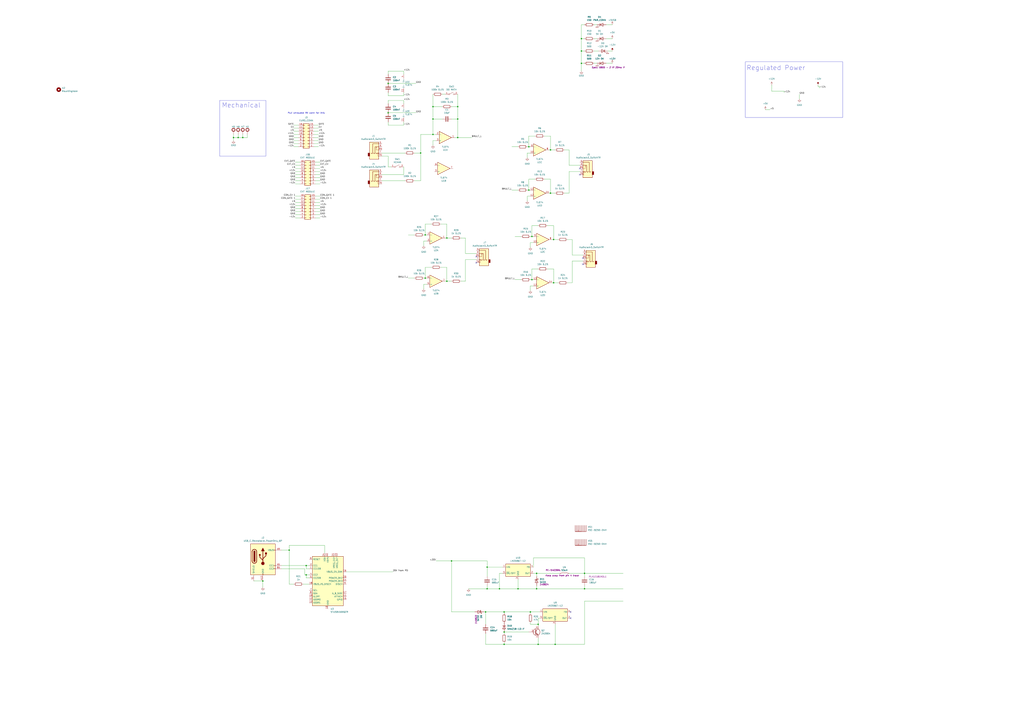
<source format=kicad_sch>
(kicad_sch (version 20231120) (generator "eeschema") (generator_version "8.0")
  (paper "A1")
  (junction (at 375.92 87.63))
  (junction (at 251.46 464.82))
  (junction (at 370.84 461.01))
  (junction (at 398.78 502.92))
  (junction (at 454.66 232.41))
  (junction (at 452.12 158.75))
  (junction (at 199.39 113.03))
  (junction (at 251.46 472.44))
  (junction (at 349.25 228.6))
  (junction (at 436.88 229.87))
  (junction (at 367.03 231.14))
  (junction (at 440.69 471.17))
  (junction (at 477.52 41.91))
  (junction (at 441.96 529.59))
  (junction (at 191.77 113.03))
  (junction (at 434.34 156.21))
  (junction (at 480.06 471.17))
  (junction (at 414.02 502.92))
  (junction (at 345.44 125.73))
  (junction (at 414.02 519.43))
  (junction (at 375.92 113.03))
  (junction (at 355.6 87.63))
  (junction (at 414.02 529.59))
  (junction (at 434.34 120.65))
  (junction (at 454.66 196.85))
  (junction (at 477.52 52.07))
  (junction (at 400.05 466.09))
  (junction (at 349.25 193.04))
  (junction (at 355.6 97.79))
  (junction (at 215.9 477.52))
  (junction (at 410.21 483.87))
  (junction (at 375.92 97.79))
  (junction (at 452.12 123.19))
  (junction (at 435.61 502.92))
  (junction (at 195.58 113.03))
  (junction (at 400.05 483.87))
  (junction (at 441.96 513.08))
  (junction (at 318.77 92.71))
  (junction (at 318.77 68.58))
  (junction (at 355.6 110.49))
  (junction (at 425.45 483.87))
  (junction (at 477.52 31.75))
  (junction (at 455.93 529.59))
  (junction (at 367.03 195.58))
  (junction (at 237.49 452.12))
  (junction (at 480.06 483.87))
  (junction (at 436.88 194.31))
  (junction (at 440.69 483.87))
  (no_connect (at 476.25 143.51))
  (no_connect (at 478.79 217.17))
  (no_connect (at 468.63 508))
  (no_connect (at 476.25 138.43))
  (no_connect (at 391.16 210.82))
  (no_connect (at 468.63 502.92))
  (no_connect (at 478.79 212.09))
  (no_connect (at 391.16 215.9))
  (wire (pts (xy 478.79 209.55) (xy 469.9 209.55)))
  (wire (pts (xy 375.92 87.63) (xy 370.84 87.63)))
  (wire (pts (xy 242.57 173.99) (xy 246.38 173.99)))
  (wire (pts (xy 452.12 123.19) (xy 450.85 123.19)))
  (wire (pts (xy 318.77 78.74) (xy 331.47 78.74)))
  (wire (pts (xy 355.6 110.49) (xy 345.44 110.49)))
  (wire (pts (xy 241.3 105.41) (xy 245.11 105.41)))
  (wire (pts (xy 191.77 113.03) (xy 191.77 115.57)))
  (wire (pts (xy 400.05 461.01) (xy 400.05 466.09)))
  (wire (pts (xy 443.23 508) (xy 441.96 508)))
  (wire (pts (xy 435.61 511.81) (xy 435.61 513.08)))
  (wire (pts (xy 367.03 231.14) (xy 365.76 231.14)))
  (wire (pts (xy 363.22 87.63) (xy 355.6 87.63)))
  (wire (pts (xy 242.57 143.51) (xy 246.38 143.51)))
  (wire (pts (xy 467.36 135.89) (xy 467.36 123.19)))
  (wire (pts (xy 656.59 77.47) (xy 656.59 81.28)))
  (wire (pts (xy 454.66 220.98) (xy 449.58 220.98)))
  (wire (pts (xy 491.49 41.91) (xy 487.68 41.91)))
  (wire (pts (xy 261.62 118.11) (xy 257.81 118.11)))
  (wire (pts (xy 347.98 193.04) (xy 349.25 193.04)))
  (wire (pts (xy 242.57 138.43) (xy 246.38 138.43)))
  (wire (pts (xy 422.91 194.31) (xy 427.99 194.31)))
  (wire (pts (xy 237.49 480.06) (xy 237.49 452.12)))
  (wire (pts (xy 435.61 229.87) (xy 436.88 229.87)))
  (wire (pts (xy 367.03 195.58) (xy 367.03 184.15)))
  (wire (pts (xy 345.44 148.59) (xy 340.36 148.59)))
  (wire (pts (xy 241.3 102.87) (xy 245.11 102.87)))
  (wire (pts (xy 250.19 467.36) (xy 250.19 472.44)))
  (wire (pts (xy 452.12 147.32) (xy 447.04 147.32)))
  (wire (pts (xy 242.57 135.89) (xy 246.38 135.89)))
  (wire (pts (xy 467.36 158.75) (xy 463.55 158.75)))
  (wire (pts (xy 436.88 194.31) (xy 438.15 194.31)))
  (wire (pts (xy 480.06 483.87) (xy 440.69 483.87)))
  (wire (pts (xy 250.19 472.44) (xy 251.46 472.44)))
  (wire (pts (xy 237.49 452.12) (xy 231.14 452.12)))
  (wire (pts (xy 367.03 219.71) (xy 361.95 219.71)))
  (wire (pts (xy 435.61 513.08) (xy 441.96 513.08)))
  (wire (pts (xy 469.9 232.41) (xy 466.09 232.41)))
  (wire (pts (xy 487.68 20.32) (xy 490.22 20.32)))
  (wire (pts (xy 435.61 161.29) (xy 433.07 161.29)))
  (wire (pts (xy 262.89 135.89) (xy 259.08 135.89)))
  (wire (pts (xy 487.68 52.07) (xy 490.22 52.07)))
  (wire (pts (xy 480.06 458.47) (xy 480.06 471.17)))
  (wire (pts (xy 331.47 143.51) (xy 331.47 137.16)))
  (wire (pts (xy 242.57 148.59) (xy 246.38 148.59)))
  (wire (pts (xy 400.05 481.33) (xy 400.05 483.87)))
  (wire (pts (xy 318.77 58.42) (xy 331.47 58.42)))
  (wire (pts (xy 242.57 146.05) (xy 246.38 146.05)))
  (wire (pts (xy 441.96 185.42) (xy 436.88 185.42)))
  (wire (pts (xy 335.28 228.6) (xy 340.36 228.6)))
  (wire (pts (xy 345.44 110.49) (xy 345.44 125.73)))
  (wire (pts (xy 412.75 471.17) (xy 410.21 471.17)))
  (wire (pts (xy 367.03 231.14) (xy 367.03 219.71)))
  (wire (pts (xy 199.39 113.03) (xy 203.2 113.03)))
  (wire (pts (xy 434.34 147.32) (xy 434.34 156.21)))
  (wire (pts (xy 370.84 97.79) (xy 375.92 97.79)))
  (wire (pts (xy 363.22 77.47) (xy 365.76 77.47)))
  (wire (pts (xy 434.34 120.65) (xy 435.61 120.65)))
  (wire (pts (xy 375.92 113.03) (xy 387.35 113.03)))
  (wire (pts (xy 242.57 176.53) (xy 246.38 176.53)))
  (wire (pts (xy 332.74 148.59) (xy 313.69 148.59)))
  (wire (pts (xy 254 467.36) (xy 251.46 467.36)))
  (wire (pts (xy 367.03 184.15) (xy 361.95 184.15)))
  (wire (pts (xy 262.89 179.07) (xy 259.08 179.07)))
  (wire (pts (xy 251.46 474.98) (xy 251.46 472.44)))
  (wire (pts (xy 433.07 156.21) (xy 434.34 156.21)))
  (wire (pts (xy 477.52 58.42) (xy 477.52 52.07)))
  (wire (pts (xy 477.52 31.75) (xy 477.52 41.91)))
  (wire (pts (xy 420.37 120.65) (xy 425.45 120.65)))
  (wire (pts (xy 438.15 234.95) (xy 435.61 234.95)))
  (wire (pts (xy 439.42 147.32) (xy 434.34 147.32)))
  (wire (pts (xy 400.05 483.87) (xy 410.21 483.87)))
  (wire (pts (xy 349.25 184.15) (xy 349.25 193.04)))
  (wire (pts (xy 318.77 102.87) (xy 331.47 102.87)))
  (wire (pts (xy 355.6 115.57) (xy 355.6 119.38)))
  (wire (pts (xy 261.62 120.65) (xy 257.81 120.65)))
  (wire (pts (xy 440.69 471.17) (xy 459.74 471.17)))
  (wire (pts (xy 367.03 231.14) (xy 370.84 231.14)))
  (wire (pts (xy 355.6 77.47) (xy 355.6 87.63)))
  (wire (pts (xy 318.77 76.2) (xy 318.77 78.74)))
  (wire (pts (xy 355.6 97.79) (xy 355.6 110.49)))
  (wire (pts (xy 231.14 464.82) (xy 251.46 464.82)))
  (wire (pts (xy 477.52 41.91) (xy 477.52 52.07)))
  (wire (pts (xy 266.7 448.31) (xy 237.49 448.31)))
  (wire (pts (xy 191.77 113.03) (xy 195.58 113.03)))
  (wire (pts (xy 318.77 85.09) (xy 318.77 82.55)))
  (wire (pts (xy 354.33 184.15) (xy 349.25 184.15)))
  (wire (pts (xy 318.77 137.16) (xy 318.77 128.27)))
  (wire (pts (xy 331.47 78.74) (xy 331.47 76.2)))
  (wire (pts (xy 354.33 219.71) (xy 349.25 219.71)))
  (wire (pts (xy 262.89 171.45) (xy 259.08 171.45)))
  (wire (pts (xy 318.77 68.58) (xy 341.63 68.58)))
  (wire (pts (xy 410.21 471.17) (xy 410.21 483.87)))
  (wire (pts (xy 454.66 196.85) (xy 454.66 185.42)))
  (wire (pts (xy 262.89 133.35) (xy 259.08 133.35)))
  (wire (pts (xy 237.49 448.31) (xy 237.49 452.12)))
  (wire (pts (xy 261.62 113.03) (xy 257.81 113.03)))
  (wire (pts (xy 384.81 483.87) (xy 400.05 483.87)))
  (wire (pts (xy 467.36 471.17) (xy 480.06 471.17)))
  (wire (pts (xy 454.66 196.85) (xy 458.47 196.85)))
  (wire (pts (xy 350.52 233.68) (xy 347.98 233.68)))
  (wire (pts (xy 241.3 118.11) (xy 245.11 118.11)))
  (wire (pts (xy 441.96 220.98) (xy 436.88 220.98)))
  (wire (pts (xy 477.52 31.75) (xy 477.52 20.32)))
  (wire (pts (xy 347.98 233.68) (xy 347.98 237.49)))
  (wire (pts (xy 454.66 232.41) (xy 458.47 232.41)))
  (wire (pts (xy 345.44 125.73) (xy 345.44 148.59)))
  (wire (pts (xy 262.89 163.83) (xy 259.08 163.83)))
  (wire (pts (xy 358.14 115.57) (xy 355.6 115.57)))
  (wire (pts (xy 480.06 483.87) (xy 511.81 483.87)))
  (wire (pts (xy 440.69 471.17) (xy 438.15 471.17)))
  (wire (pts (xy 262.89 173.99) (xy 259.08 173.99)))
  (wire (pts (xy 251.46 472.44) (xy 254 472.44)))
  (wire (pts (xy 355.6 87.63) (xy 355.6 97.79)))
  (wire (pts (xy 434.34 156.21) (xy 435.61 156.21)))
  (wire (pts (xy 435.61 234.95) (xy 435.61 238.76)))
  (wire (pts (xy 452.12 123.19) (xy 452.12 111.76)))
  (wire (pts (xy 391.16 213.36) (xy 382.27 213.36)))
  (wire (pts (xy 242.57 161.29) (xy 246.38 161.29)))
  (wire (pts (xy 454.66 196.85) (xy 453.39 196.85)))
  (wire (pts (xy 502.92 20.32) (xy 497.84 20.32)))
  (wire (pts (xy 477.52 31.75) (xy 480.06 31.75)))
  (wire (pts (xy 414.02 529.59) (xy 441.96 529.59)))
  (wire (pts (xy 478.79 214.63) (xy 469.9 214.63)))
  (wire (pts (xy 262.89 148.59) (xy 259.08 148.59)))
  (wire (pts (xy 425.45 476.25) (xy 425.45 483.87)))
  (wire (pts (xy 398.78 502.92) (xy 414.02 502.92)))
  (wire (pts (xy 349.25 193.04) (xy 350.52 193.04)))
  (wire (pts (xy 480.06 471.17) (xy 480.06 473.71)))
  (wire (pts (xy 367.03 195.58) (xy 365.76 195.58)))
  (wire (pts (xy 195.58 113.03) (xy 199.39 113.03)))
  (wire (pts (xy 262.89 143.51) (xy 259.08 143.51)))
  (wire (pts (xy 441.96 529.59) (xy 455.93 529.59)))
  (wire (pts (xy 414.02 520.7) (xy 414.02 519.43)))
  (wire (pts (xy 398.78 513.08) (xy 398.78 502.92)))
  (wire (pts (xy 203.2 113.03) (xy 203.2 110.49)))
  (wire (pts (xy 241.3 110.49) (xy 245.11 110.49)))
  (wire (pts (xy 370.84 461.01) (xy 358.14 461.01)))
  (wire (pts (xy 262.89 151.13) (xy 259.08 151.13)))
  (wire (pts (xy 633.73 74.93) (xy 633.73 69.85)))
  (wire (pts (xy 487.68 31.75) (xy 490.22 31.75)))
  (wire (pts (xy 433.07 161.29) (xy 433.07 165.1)))
  (wire (pts (xy 497.84 31.75) (xy 502.92 31.75)))
  (wire (pts (xy 440.69 481.33) (xy 440.69 483.87)))
  (wire (pts (xy 241.3 480.06) (xy 237.49 480.06)))
  (wire (pts (xy 480.06 481.33) (xy 480.06 483.87)))
  (wire (pts (xy 469.9 196.85) (xy 466.09 196.85)))
  (wire (pts (xy 434.34 111.76) (xy 434.34 120.65)))
  (wire (pts (xy 389.89 502.92) (xy 370.84 502.92)))
  (wire (pts (xy 438.15 458.47) (xy 480.06 458.47)))
  (wire (pts (xy 452.12 158.75) (xy 452.12 147.32)))
  (wire (pts (xy 261.62 107.95) (xy 257.81 107.95)))
  (wire (pts (xy 440.69 483.87) (xy 425.45 483.87)))
  (wire (pts (xy 455.93 513.08) (xy 455.93 529.59)))
  (wire (pts (xy 349.25 228.6) (xy 350.52 228.6)))
  (wire (pts (xy 420.37 156.21) (xy 425.45 156.21)))
  (wire (pts (xy 476.25 140.97) (xy 467.36 140.97)))
  (wire (pts (xy 241.3 120.65) (xy 245.11 120.65)))
  (wire (pts (xy 455.93 529.59) (xy 480.06 529.59)))
  (wire (pts (xy 373.38 113.03) (xy 375.92 113.03)))
  (wire (pts (xy 231.14 467.36) (xy 250.19 467.36)))
  (wire (pts (xy 480.06 471.17) (xy 511.81 471.17)))
  (wire (pts (xy 433.07 125.73) (xy 433.07 129.54)))
  (wire (pts (xy 347.98 228.6) (xy 349.25 228.6)))
  (wire (pts (xy 454.66 232.41) (xy 454.66 220.98)))
  (wire (pts (xy 242.57 163.83) (xy 246.38 163.83)))
  (wire (pts (xy 382.27 213.36) (xy 382.27 231.14)))
  (wire (pts (xy 673.1 72.39) (xy 673.1 71.12)))
  (wire (pts (xy 436.88 185.42) (xy 436.88 194.31)))
  (wire (pts (xy 318.77 128.27) (xy 313.69 128.27)))
  (wire (pts (xy 391.16 208.28) (xy 382.27 208.28)))
  (wire (pts (xy 262.89 166.37) (xy 259.08 166.37)))
  (wire (pts (xy 349.25 219.71) (xy 349.25 228.6)))
  (wire (pts (xy 476.25 135.89) (xy 467.36 135.89)))
  (wire (pts (xy 358.14 110.49) (xy 355.6 110.49)))
  (wire (pts (xy 254 474.98) (xy 251.46 474.98)))
  (wire (pts (xy 340.36 125.73) (xy 345.44 125.73)))
  (wire (pts (xy 452.12 123.19) (xy 455.93 123.19)))
  (wire (pts (xy 477.52 52.07) (xy 480.06 52.07)))
  (wire (pts (xy 400.05 466.09) (xy 400.05 473.71)))
  (wire (pts (xy 313.69 125.73) (xy 332.74 125.73)))
  (wire (pts (xy 398.78 529.59) (xy 414.02 529.59)))
  (wire (pts (xy 673.1 71.12) (xy 671.83 71.12)))
  (wire (pts (xy 241.3 115.57) (xy 245.11 115.57)))
  (wire (pts (xy 242.57 179.07) (xy 246.38 179.07)))
  (wire (pts (xy 367.03 195.58) (xy 370.84 195.58)))
  (wire (pts (xy 438.15 199.39) (xy 435.61 199.39)))
  (wire (pts (xy 440.69 473.71) (xy 440.69 471.17)))
  (wire (pts (xy 215.9 477.52) (xy 215.9 482.6)))
  (wire (pts (xy 382.27 208.28) (xy 382.27 195.58)))
  (wire (pts (xy 318.77 100.33) (xy 318.77 102.87)))
  (wire (pts (xy 452.12 158.75) (xy 455.93 158.75)))
  (wire (pts (xy 414.02 529.59) (xy 414.02 528.32)))
  (wire (pts (xy 414.02 502.92) (xy 435.61 502.92)))
  (wire (pts (xy 441.96 508) (xy 441.96 513.08)))
  (wire (pts (xy 435.61 125.73) (xy 433.07 125.73)))
  (wire (pts (xy 335.28 193.04) (xy 340.36 193.04)))
  (wire (pts (xy 467.36 123.19) (xy 463.55 123.19)))
  (wire (pts (xy 261.62 102.87) (xy 257.81 102.87)))
  (wire (pts (xy 262.89 138.43) (xy 259.08 138.43)))
  (wire (pts (xy 435.61 502.92) (xy 443.23 502.92)))
  (wire (pts (xy 242.57 171.45) (xy 246.38 171.45)))
  (wire (pts (xy 375.92 97.79) (xy 375.92 87.63)))
  (wire (pts (xy 331.47 102.87) (xy 331.47 100.33)))
  (wire (pts (xy 191.77 110.49) (xy 191.77 113.03)))
  (wire (pts (xy 454.66 232.41) (xy 453.39 232.41)))
  (wire (pts (xy 412.75 466.09) (xy 400.05 466.09)))
  (wire (pts (xy 397.51 502.92) (xy 398.78 502.92)))
  (wire (pts (xy 439.42 111.76) (xy 434.34 111.76)))
  (wire (pts (xy 441.96 524.51) (xy 441.96 529.59)))
  (wire (pts (xy 262.89 146.05) (xy 259.08 146.05)))
  (wire (pts (xy 502.92 52.07) (xy 497.84 52.07)))
  (wire (pts (xy 454.66 185.42) (xy 449.58 185.42)))
  (wire (pts (xy 261.62 110.49) (xy 257.81 110.49)))
  (wire (pts (xy 261.62 115.57) (xy 257.81 115.57)))
  (wire (pts (xy 318.77 82.55) (xy 331.47 82.55)))
  (wire (pts (xy 241.3 113.03) (xy 245.11 113.03)))
  (wire (pts (xy 375.92 113.03) (xy 375.92 97.79)))
  (wire (pts (xy 347.98 198.12) (xy 347.98 201.93)))
  (wire (pts (xy 199.39 113.03) (xy 199.39 110.49)))
  (wire (pts (xy 467.36 140.97) (xy 467.36 158.75)))
  (wire (pts (xy 331.47 58.42) (xy 331.47 60.96)))
  (wire (pts (xy 477.52 20.32) (xy 480.06 20.32)))
  (wire (pts (xy 499.11 41.91) (xy 502.92 41.91)))
  (wire (pts (xy 262.89 168.91) (xy 259.08 168.91)))
  (wire (pts (xy 435.61 199.39) (xy 435.61 203.2)))
  (wire (pts (xy 671.83 71.12) (xy 671.83 69.85)))
  (wire (pts (xy 643.89 76.2) (xy 643.89 74.93)))
  (wire (pts (xy 261.62 105.41) (xy 257.81 105.41)))
  (wire (pts (xy 350.52 198.12) (xy 347.98 198.12)))
  (wire (pts (xy 435.61 502.92) (xy 435.61 504.19)))
  (wire (pts (xy 435.61 194.31) (xy 436.88 194.31)))
  (wire (pts (xy 480.06 529.59) (xy 480.06 494.03)))
  (wire (pts (xy 414.02 504.19) (xy 414.02 502.92)))
  (wire (pts (xy 242.57 151.13) (xy 246.38 151.13)))
  (wire (pts (xy 363.22 97.79) (xy 355.6 97.79)))
  (wire (pts (xy 318.77 60.96) (xy 318.77 58.42)))
  (wire (pts (xy 331.47 82.55) (xy 331.47 85.09)))
  (wire (pts (xy 632.46 90.17) (xy 628.65 90.17)))
  (wire (pts (xy 262.89 161.29) (xy 259.08 161.29)))
  (wire (pts (xy 414.02 519.43) (xy 434.34 519.43)))
  (wire (pts (xy 410.21 483.87) (xy 425.45 483.87)))
  (wire (pts (xy 643.89 74.93) (xy 633.73 74.93)))
  (wire (pts (xy 251.46 467.36) (xy 251.46 464.82)))
  (wire (pts (xy 422.91 229.87) (xy 427.99 229.87)))
  (wire (pts (xy 318.77 92.71) (xy 341.63 92.71)))
  (wire (pts (xy 452.12 111.76) (xy 447.04 111.76)))
  (wire (pts (xy 370.84 461.01) (xy 400.05 461.01)))
  (wire (pts (xy 433.07 120.65) (xy 434.34 120.65)))
  (wire (pts (xy 242.57 140.97) (xy 246.38 140.97)))
  (wire (pts (xy 480.06 41.91) (xy 477.52 41.91)))
  (wire (pts (xy 262.89 176.53) (xy 259.08 176.53)))
  (wire (pts (xy 262.89 140.97) (xy 259.08 140.97)))
  (wire (pts (xy 251.46 464.82) (xy 254 464.82)))
  (wire (pts (xy 242.57 168.91) (xy 246.38 168.91)))
  (wire (pts (xy 284.48 469.9) (xy 322.58 469.9)))
  (wire (pts (xy 438.15 458.47) (xy 438.15 466.09)))
  (wire (pts (xy 382.27 195.58) (xy 378.46 195.58)))
  (wire (pts (xy 375.92 77.47) (xy 375.92 87.63)))
  (wire (pts (xy 242.57 166.37) (xy 246.38 166.37)))
  (wire (pts (xy 398.78 520.7) (xy 398.78 529.59)))
  (wire (pts (xy 370.84 502.92) (xy 370.84 461.01)))
  (wire (pts (xy 452.12 158.75) (xy 450.85 158.75)))
  (wire (pts (xy 208.28 477.52) (xy 215.9 477.52)))
  (wire (pts (xy 436.88 229.87) (xy 438.15 229.87)))
  (wire (pts (xy 195.58 113.03) (xy 195.58 110.49)))
  (wire (pts (xy 321.31 137.16) (xy 318.77 137.16)))
  (wire (pts (xy 436.88 220.98) (xy 436.88 229.87)))
  (wire (pts (xy 441.96 513.08) (xy 441.96 514.35)))
  (wire (pts (xy 248.92 480.06) (xy 254 480.06)))
  (wire (pts (xy 313.69 143.51) (xy 331.47 143.51)))
  (wire (pts (xy 480.06 494.03) (xy 511.81 494.03)))
  (wire (pts (xy 469.9 214.63) (xy 469.9 232.41)))
  (wire (pts (xy 241.3 107.95) (xy 245.11 107.95)))
  (wire (pts (xy 266.7 454.66) (xy 266.7 448.31)))
  (wire (pts (xy 382.27 231.14) (xy 378.46 231.14)))
  (wire (pts (xy 242.57 133.35) (xy 246.38 133.35)))
  (wire (pts (xy 469.9 209.55) (xy 469.9 196.85)))
  (rectangle (start 612.14 50.8) (end 692.15 96.52))
  (rectangle (start 180.34 82.55) (end 218.44 128.27))
  (text "Mechanical" (at 198.12 86.614 0) (effects (font (size 3.81 3.81))))
  (text "Regulated Power" (at 637.286 55.88 0) (effects (font (size 3.81 3.81))))
  (text "Pull shrouded RA conn for this" (at 251.46 92.964 0) (effects (font (size 1.27 1.27) (italic yes))))
  (label "GND" (at 241.3 113.03 180))
  (label "-12v" (at 262.89 179.07 0))
  (label "-12v" (at 262.89 151.13 0))
  (label "+12v" (at 262.89 168.91 0))
  (label "EXT_GATE" (at 242.57 133.35 180))
  (label "GND" (at 241.3 115.57 180))
  (label "CON_GATE 1" (at 242.57 163.83 180))
  (label "-12v" (at 331.47 102.87 0))
  (label "GND" (at 262.89 173.99 0))
  (label "CV" (at 241.3 105.41 180))
  (label "GND" (at 242.57 171.45 180))
  (label "GND" (at 262.89 148.59 0))
  (label "GND" (at 341.63 92.71 0))
  (label "GND" (at 261.62 115.57 0))
  (label "GND" (at 242.57 146.05 180))
  (label "CON_CV 1" (at 262.89 163.83 0))
  (label "+5" (at 241.3 107.95 180))
  (label "GATE" (at 241.3 102.87 180))
  (label "GND" (at 262.89 146.05 0))
  (label "+12v" (at 331.47 82.55 0))
  (label "+20V" (at 358.14 461.01 180))
  (label "+12v" (at 262.89 140.97 0))
  (label "+12v" (at 242.57 140.97 180))
  (label "GND" (at 656.59 77.47 0))
  (label "GND" (at 242.57 148.59 180))
  (label "20V from PD" (at 322.58 469.9 0))
  (label "GND" (at 261.62 113.03 0))
  (label "+5" (at 242.57 138.43 180))
  (label "GND" (at 242.57 143.51 180))
  (label "BMULT_L" (at 420.37 156.21 180))
  (label "+5" (at 632.46 90.17 0))
  (label "+12v" (at 241.3 110.49 180))
  (label "CV" (at 261.62 105.41 0))
  (label "+12v" (at 643.89 76.2 0))
  (label "BMULT_L" (at 422.91 229.87 180))
  (label "GND" (at 242.57 173.99 180))
  (label "+12v" (at 261.62 110.49 0))
  (label "+5" (at 242.57 166.37 180))
  (label "GND" (at 261.62 118.11 0))
  (label "-12v" (at 331.47 78.74 0))
  (label "GND" (at 262.89 143.51 0))
  (label "GND" (at 262.89 171.45 0))
  (label "-12v" (at 261.62 120.65 0))
  (label "GND" (at 262.89 176.53 0))
  (label "+5" (at 261.62 107.95 0))
  (label "BMULT_L" (at 335.28 228.6 180))
  (label "CON_GATE 1" (at 262.89 161.29 0))
  (label "-12v" (at 242.57 179.07 180))
  (label "GATE" (at 261.62 102.87 0))
  (label "GND" (at 242.57 176.53 180))
  (label "+12v" (at 242.57 168.91 180))
  (label "GND" (at 241.3 118.11 180))
  (label "EXT_GATE" (at 262.89 133.35 0))
  (label "+5" (at 262.89 166.37 0))
  (label "-12v" (at 242.57 151.13 180))
  (label "+5" (at 262.89 138.43 0))
  (label "-12v" (at 673.1 72.39 0))
  (label "EXT_CV" (at 262.89 135.89 0))
  (label "-12v" (at 241.3 120.65 180))
  (label "EXT_CV" (at 242.57 135.89 180))
  (label "BMULT_L" (at 387.35 113.03 0))
  (label "GND" (at 341.63 68.58 0))
  (label "CON_CV 1" (at 242.57 161.29 180))
  (label "+12v" (at 331.47 58.42 0))
  (symbol (lib_id "Device:R") (at 462.28 196.85 270) (unit 1)
    (property "Reference" "R23" (at 462.28 190.5 90))
    (property "Value" "1k 0.1%" (at 462.28 193.04 90))
    (property "Footprint" "Resistor_SMD:R_0805_2012Metric_Pad1.20x1.40mm_HandSolder" (effects (hide yes)))
    (property "Description" "Resistor" (effects (hide yes)))
  )
  (symbol (lib_id "Device:R") (at 483.87 20.32 90) (unit 1)
    (property "Reference" "R9" (at 483.87 13.97 90))
    (property "Value" "150" (at 483.87 16.51 90))
    (property "Footprint" "Resistor_SMD:R_0805_2012Metric_Pad1.20x1.40mm_HandSolder" (effects (hide yes)))
    (property "Description" "Resistor" (effects (hide yes)))
  )
  (symbol (lib_id "Device:C") (at 318.77 72.39 180) (unit 1)
    (property "Reference" "C3" (at 322.58 71.1199 0) (effects (justify right)))
    (property "Value" "100nF" (at 322.58 73.6599 0) (effects (justify right)))
    (property "Footprint" "Capacitor_SMD:C_0805_2012Metric_Pad1.18x1.45mm_HandSolder" (effects (hide yes)))
    (property "Description" "Unpolarized capacitor" (effects (hide yes)))
  )
  (symbol (lib_id "power:GND") (at 347.98 237.49 0) (unit 1)
    (property "Reference" "#PWR012" (effects (hide yes)))
    (property "Value" "GND" (at 347.98 242.57 0))
    (property "Description" "Power symbol creates a global label with name \"GND\" , ground" (effects (hide yes)))
  )
  (symbol (lib_id "llama_shared:H_HOLE") (at 191.77 106.68 0) (unit 1)
    (property "Reference" "H5" (at 191.77 104.14 0))
    (property "Value" "H_HOLE" (effects (hide yes)))
    (property "Footprint" "llama_shared:H_ATX_PERF" (effects (hide yes)))
  )
  (symbol (lib_id "power:+5V") (at 628.65 90.17 0) (unit 1)
    (property "Reference" "#PWR09" (effects (hide yes)))
    (property "Value" "+5V" (at 628.65 85.09 0))
    (property "Description" "Power symbol creates a global label with name \"+5V\"" (effects (hide yes)))
  )
  (symbol (lib_id "Device:LED") (at 494.03 52.07 0) (unit 1)
    (property "Reference" "D2" (at 492.4425 45.72 0))
    (property "Value" "12V OK" (at 492.4425 48.26 0))
    (property "Footprint" "LED_SMD:LED_0805_2012Metric" (effects (hide yes)))
    (property "Datasheet" "https://www.digikey.com/en/products/filter/led-indication-discrete/105?s=N4IgjCBcoGwJxVAYygMwIYBsDOBTANCAPZQDaIALAAxwDMdIAuoQA4AuUIAymwE4CWAOwDmIAL6FaYBNBApIGHAWJlwMABwB2AEzamrDpG58hoiSACsFWojloseQiUjkw1qhZj6Q7TjwEi4oRg2nAQsvKKjiouIPS02uogknShySDqYOowFprpGhQUXoQFFkklcFoIhOq0GnmEFJplmuUZdQw1tJpUbbWaYBBdzdXtmjrp6oWek9NtTS0IzD6GxgFmwZUyyPZKTqpUTOYAtNt2kHwArsrOrkeEx3oRUFc3qhZH5k-kmLgAJkcgA" (effects (hide yes)))
    (property "Description" "Light emitting diode" (effects (hide yes)))
    (property "Spec" "0805 - 2 Vf 20ma If" (at 499.364 55.372 0) (show_name yes) (effects (font (italic yes))))
  )
  (symbol (lib_id "llama_shared:+5VSB") (at 502.92 20.32 0) (unit 1)
    (property "Reference" "#PWR054" (effects (hide yes)))
    (property "Value" "+5VSB" (at 502.92 16.51 0))
  )
  (symbol (lib_id "Amplifier_Operational:TL074") (at 334.01 68.58 0) (unit 5)
    (property "Reference" "U1" (at 332.74 67.3099 0) (effects (justify left)))
    (property "Value" "TL074" (at 332.74 69.8499 0) (effects (justify left)))
    (property "Datasheet" "http://www.ti.com/lit/ds/symlink/tl071.pdf" (effects (hide yes)))
    (property "Description" "Quad Low-Noise JFET-Input Operational Amplifiers, DIP-14/SOIC-14" (effects (hide yes)))
  )
  (symbol (lib_id "Connector_Generic:Conn_02x08_Odd_Even") (at 254 143.51 180) (unit 1)
    (property "Reference" "J16" (at 252.73 127 0))
    (property "Value" "EXT MODULE" (at 252.73 129.54 0))
    (property "Footprint" "AT-Footprints:EURORACK Right Angle" (effects (hide yes)))
    (property "Description" "Generic connector, double row, 02x08, odd/even pin numbering scheme (row 1 odd numbers, row 2 even numbers), script generated (kicad-library-utils/schlib/autogen/connector/)" (effects (hide yes)))
  )
  (symbol (lib_id "Device:D_Schottky") (at 440.69 477.52 270) (unit 1)
    (property "Reference" "D11" (at 443.23 475.9324 90) (effects (justify left)))
    (property "Value" "SK33" (at 443.23 478.4724 90) (effects (justify left)))
    (property "Footprint" "AT-Footprints:M-FLAT_TOS" (effects (hide yes)))
    (property "Description" "Schottky diode" (effects (hide yes)))
    (property "Equiv" "1n5824" (at 446.786 480.314 90) (effects (font (italic yes))))
  )
  (symbol (lib_id "Connector_Audio:AudioJack3_SwitchTR") (at 396.24 208.28 0) (mirror y) (unit 1)
    (property "Reference" "J7" (at 398.145 199.39 0))
    (property "Value" "AudioJack3_SwitchTR" (at 398.145 201.93 0))
    (property "Footprint" "AT-Footprints:CONN5_STX-3680_KYC" (effects (hide yes)))
    (property "Description" "Audio Jack, 3 Poles (Stereo / TRS), Switched TR Poles (Normalling)" (effects (hide yes)))
  )
  (symbol (lib_id "Device:R") (at 358.14 219.71 270) (unit 1)
    (property "Reference" "R28" (at 358.14 213.36 90))
    (property "Value" "10k 0.1%" (at 358.14 215.9 90))
    (property "Footprint" "Resistor_SMD:R_0805_2012Metric_Pad1.20x1.40mm_HandSolder" (effects (hide yes)))
    (property "Description" "Resistor" (effects (hide yes)))
  )
  (symbol (lib_id "power:GND") (at 433.07 165.1 0) (unit 1)
    (property "Reference" "#PWR04" (effects (hide yes)))
    (property "Value" "GND" (at 433.07 170.18 0))
    (property "Description" "Power symbol creates a global label with name \"GND\" , ground" (effects (hide yes)))
  )
  (symbol (lib_id "Device:C") (at 318.77 88.9 180) (unit 1)
    (property "Reference" "C4" (at 322.58 87.6299 0) (effects (justify right)))
    (property "Value" "100nF" (at 322.58 90.1699 0) (effects (justify right)))
    (property "Footprint" "Capacitor_SMD:C_0805_2012Metric_Pad1.18x1.45mm_HandSolder" (effects (hide yes)))
    (property "Description" "Unpolarized capacitor" (effects (hide yes)))
  )
  (symbol (lib_id "Device:R") (at 459.74 123.19 270) (unit 1)
    (property "Reference" "R7" (at 459.74 116.84 90))
    (property "Value" "1k 0.1%" (at 459.74 119.38 90))
    (property "Footprint" "Resistor_SMD:R_0805_2012Metric_Pad1.20x1.40mm_HandSolder" (effects (hide yes)))
    (property "Description" "Resistor" (effects (hide yes)))
  )
  (symbol (lib_id "Device:C") (at 400.05 477.52 0) (unit 1)
    (property "Reference" "C15" (at 403.86 476.2499 0) (effects (justify left)))
    (property "Value" "680uF" (at 403.86 478.7899 0) (effects (justify left)))
    (property "Footprint" "Capacitor_SMD:C_0805_2012Metric_Pad1.18x1.45mm_HandSolder" (effects (hide yes)))
    (property "Description" "Unpolarized capacitor" (effects (hide yes)))
  )
  (symbol (lib_id "Device:R") (at 483.87 41.91 270) (mirror x) (unit 1)
    (property "Reference" "R12" (at 483.87 35.56 90))
    (property "Value" "500" (at 483.87 38.1 90))
    (property "Footprint" "Resistor_SMD:R_0805_2012Metric_Pad1.20x1.40mm_HandSolder" (effects (hide yes)))
    (property "Description" "Resistor" (effects (hide yes)))
  )
  (symbol (lib_id "Amplifier_Operational:TL074") (at 358.14 195.58 0) (mirror x) (unit 1)
    (property "Reference" "U2" (at 358.14 205.74 0))
    (property "Value" "TL074" (at 358.14 203.2 0))
    (property "Datasheet" "http://www.ti.com/lit/ds/symlink/tl071.pdf" (effects (hide yes)))
    (property "Description" "Quad Low-Noise JFET-Input Operational Amplifiers, DIP-14/SOIC-14" (effects (hide yes)))
  )
  (symbol (lib_id "Device:R") (at 445.77 220.98 270) (unit 1)
    (property "Reference" "R22" (at 445.77 214.63 90))
    (property "Value" "10k 0.1%" (at 445.77 217.17 90))
    (property "Footprint" "Resistor_SMD:R_0805_2012Metric_Pad1.20x1.40mm_HandSolder" (effects (hide yes)))
    (property "Description" "Resistor" (effects (hide yes)))
  )
  (symbol (lib_id "power:-12V") (at 671.83 69.85 0) (unit 1)
    (property "Reference" "#PWR011" (effects (hide yes)))
    (property "Value" "-12V" (at 671.83 64.77 0))
    (property "Description" "Power symbol creates a global label with name \"-12V\"" (effects (hide yes)))
  )
  (symbol (lib_id "Device:R") (at 483.87 52.07 90) (unit 1)
    (property "Reference" "R11" (at 483.87 45.72 90))
    (property "Value" "500" (at 483.87 48.26 90))
    (property "Footprint" "Resistor_SMD:R_0805_2012Metric_Pad1.20x1.40mm_HandSolder" (effects (hide yes)))
    (property "Description" "Resistor" (effects (hide yes)))
  )
  (symbol (lib_id "Device:R") (at 414.02 508 180) (unit 1)
    (property "Reference" "R18" (at 416.56 506.7299 0) (effects (justify right)))
    (property "Value" "10k" (at 416.56 509.2699 0) (effects (justify right)))
    (property "Footprint" "Resistor_SMD:R_0805_2012Metric_Pad1.20x1.40mm_HandSolder" (effects (hide yes)))
    (property "Description" "Resistor" (effects (hide yes)))
  )
  (symbol (lib_id "Amplifier_Operational:TL074") (at 445.77 232.41 0) (mirror x) (unit 4)
    (property "Reference" "U2" (at 445.77 242.57 0))
    (property "Value" "TL074" (at 445.77 240.03 0))
    (property "Datasheet" "http://www.ti.com/lit/ds/symlink/tl071.pdf" (effects (hide yes)))
    (property "Description" "Quad Low-Noise JFET-Input Operational Amplifiers, DIP-14/SOIC-14" (effects (hide yes)))
  )
  (symbol (lib_id "llama_shared:H_HOLE") (at 199.39 106.68 0) (unit 1)
    (property "Reference" "H7" (at 199.39 104.14 0))
    (property "Value" "H_HOLE" (effects (hide yes)))
    (property "Footprint" "llama_shared:H_ATX_PERF" (effects (hide yes)))
  )
  (symbol (lib_id "Connector_Audio:AudioJack3_SwitchTR") (at 481.33 135.89 0) (mirror y) (unit 1)
    (property "Reference" "J5" (at 483.235 127 0))
    (property "Value" "AudioJack3_SwitchTR" (at 483.235 129.54 0))
    (property "Footprint" "AT-Footprints:CONN5_STX-3680_KYC" (effects (hide yes)))
    (property "Description" "Audio Jack, 3 Poles (Stereo / TRS), Switched TR Poles (Normalling)" (effects (hide yes)))
  )
  (symbol (lib_id "Connector_Generic:Conn_02x08_Odd_Even") (at 252.73 113.03 180) (unit 1)
    (property "Reference" "J3" (at 251.46 96.52 0))
    (property "Value" "EURO_CONN" (at 251.46 99.06 0))
    (property "Footprint" "Connector_PinHeader_2.54mm:PinHeader_2x08_P2.54mm_Vertical" (effects (hide yes)))
    (property "Description" "Generic connector, double row, 02x08, odd/even pin numbering scheme (row 1 odd numbers, row 2 even numbers), script generated (kicad-library-utils/schlib/autogen/connector/)" (effects (hide yes)))
  )
  (symbol (lib_id "Device:C") (at 318.77 64.77 180) (unit 1)
    (property "Reference" "C2" (at 322.58 63.4999 0) (effects (justify right)))
    (property "Value" "100nF" (at 322.58 66.0399 0) (effects (justify right)))
    (property "Footprint" "Capacitor_SMD:C_0805_2012Metric_Pad1.18x1.45mm_HandSolder" (effects (hide yes)))
    (property "Description" "Unpolarized capacitor" (effects (hide yes)))
  )
  (symbol (lib_id "Device:R") (at 344.17 193.04 270) (unit 1)
    (property "Reference" "R25" (at 344.17 186.69 90))
    (property "Value" "10k 0.1%" (at 344.17 189.23 90))
    (property "Footprint" "Resistor_SMD:R_0805_2012Metric_Pad1.20x1.40mm_HandSolder" (effects (hide yes)))
    (property "Description" "Resistor" (effects (hide yes)))
  )
  (symbol (lib_id "llama_shared:+12V") (at 502.92 52.07 0) (unit 1)
    (property "Reference" "#PWR056" (effects (hide yes)))
    (property "Value" "+12V" (at 502.92 48.26 0))
  )
  (symbol (lib_id "Interface_USB:STUSB4500QTR") (at 269.24 477.52 0) (unit 1)
    (property "Reference" "U3" (at 271.4341 500.38 0) (effects (justify left)))
    (property "Value" "STUSB4500QTR" (at 271.4341 502.92 0) (effects (justify left)))
    (property "Footprint" "Package_DFN_QFN:QFN-24-1EP_4x4mm_P0.5mm_EP2.7x2.7mm" (effects (hide yes)))
    (property "Datasheet" "https://www.st.com/resource/en/datasheet/stusb4500.pdf" (effects (hide yes)))
    (property "Description" "Stand-alone USB PD controller (with sink Auto-run mode), QFN-24" (effects (hide yes)))
  )
  (symbol (lib_id "Amplifier_Operational:TL074") (at 443.23 158.75 0) (mirror x) (unit 4)
    (property "Reference" "U1" (at 443.23 168.91 0))
    (property "Value" "TL074" (at 443.23 166.37 0))
    (property "Datasheet" "http://www.ti.com/lit/ds/symlink/tl071.pdf" (effects (hide yes)))
    (property "Description" "Quad Low-Noise JFET-Input Operational Amplifiers, DIP-14/SOIC-14" (effects (hide yes)))
  )
  (symbol (lib_id "Device:R") (at 431.8 194.31 270) (unit 1)
    (property "Reference" "R15" (at 431.8 187.96 90))
    (property "Value" "10k 0.1%" (at 431.8 190.5 90))
    (property "Footprint" "Resistor_SMD:R_0805_2012Metric_Pad1.20x1.40mm_HandSolder" (effects (hide yes)))
    (property "Description" "Resistor" (effects (hide yes)))
  )
  (symbol (lib_id "llama_shared:H_HOLE") (at 195.58 106.68 0) (unit 1)
    (property "Reference" "H6" (at 195.58 104.14 0))
    (property "Value" "H_HOLE" (effects (hide yes)))
    (property "Footprint" "llama_shared:H_ATX_PERF" (effects (hide yes)))
  )
  (symbol (lib_id "llama_shared:AGND") (at 191.77 115.57 0) (unit 1)
    (property "Reference" "#PWR01" (effects (hide yes)))
    (property "Value" "GND" (at 191.77 119.38 0))
  )
  (symbol (lib_id "Diode:Z1SMAxxx") (at 414.02 515.62 270) (unit 1)
    (property "Reference" "D10" (at 416.56 514.3499 90) (effects (justify left)))
    (property "Value" "SMAZ18-13-F" (at 416.56 516.8899 90) (effects (justify left)))
    (property "Footprint" "Diode_SMD:D_SMA" (effects (hide yes)))
    (property "Datasheet" "https://diotec.com/tl_files/diotec/files/pdf/datasheets/z1sma1.pdf" (effects (hide yes)))
    (property "Description" "1000mW Zener Diode, SMA(DO-214AC)" (effects (hide yes)))
  )
  (symbol (lib_id "power:GND") (at 347.98 201.93 0) (unit 1)
    (property "Reference" "#PWR07" (effects (hide yes)))
    (property "Value" "GND" (at 347.98 207.01 0))
    (property "Description" "Power symbol creates a global label with name \"GND\" , ground" (effects (hide yes)))
  )
  (symbol (lib_id "power:GND") (at 435.61 238.76 0) (unit 1)
    (property "Reference" "#PWR06" (effects (hide yes)))
    (property "Value" "GND" (at 435.61 243.84 0))
    (property "Description" "Power symbol creates a global label with name \"GND\" , ground" (effects (hide yes)))
  )
  (symbol (lib_id "Mechanical:MountingHole") (at 48.26 73.66 0) (unit 1) (exclude_from_sim yes) (in_bom no)
    (property "Reference" "H2" (at 50.8 72.3899 0) (effects (justify left)))
    (property "Value" "MountingHole" (at 50.8 74.9299 0) (effects (justify left)))
    (property "Footprint" "MountingHole:MountingHole_3.2mm_M3" (effects (hide yes)))
    (property "Description" "Mounting Hole without connection" (effects (hide yes)))
  )
  (symbol (lib_id "Connector_Generic:Conn_02x08_Odd_Even") (at 254 171.45 180) (unit 1)
    (property "Reference" "J17" (at 252.73 154.94 0))
    (property "Value" "EXT MODULE" (at 252.73 157.48 0))
    (property "Footprint" "AT-Footprints:EURORACK Right Angle" (effects (hide yes)))
    (property "Description" "Generic connector, double row, 02x08, odd/even pin numbering scheme (row 1 odd numbers, row 2 even numbers), script generated (kicad-library-utils/schlib/autogen/connector/)" (effects (hide yes)))
  )
  (symbol (lib_id "Device:LED") (at 495.3 41.91 0) (mirror y) (unit 1)
    (property "Reference" "D3" (at 495.046 35.56 0))
    (property "Value" "-12V OK" (at 495.046 38.1 0))
    (property "Footprint" "LED_SMD:LED_0805_2012Metric" (effects (hide yes)))
    (property "Datasheet" "https://www.digikey.com/en/products/filter/led-indication-discrete/105?s=N4IgjCBcoGwJxVAYygMwIYBsDOBTANCAPZQDaIALAAxwDMdIAuoQA4AuUIAymwE4CWAOwDmIAL6FaYBNBApIGHAWJlwMABwB2AEzamrDpG58hoiSACsFWojloseQiUjkw1qhZj6Q7TjwEi4oRg2nAQsvKKjiouIPS02uogknShySDqYOowFprpGhQUXoQFFkklcFoIhOq0GnmEFJplmuUZdQw1tJpUbbWaYBBdzdXtmjrp6oWek9NtTS0IzD6GxgFmwZUyyPZKTqpUTOYAtNt2kHwArsrOrkeEx3oRUFc3qhZH5k-kmLgAJkcgA" (effects (hide yes)))
    (property "Description" "Light emitting diode" (effects (hide yes)))
    (property "Spec" "0805 - 2 Vf 20ma If" (effects (hide yes)))
  )
  (symbol (lib_id "Amplifier_Operational:TL074") (at 445.77 196.85 0) (mirror x) (unit 3)
    (property "Reference" "U2" (at 445.77 207.01 0))
    (property "Value" "TL074" (at 445.77 204.47 0))
    (property "Datasheet" "http://www.ti.com/lit/ds/symlink/tl071.pdf" (effects (hide yes)))
    (property "Description" "Quad Low-Noise JFET-Input Operational Amplifiers, DIP-14/SOIC-14" (effects (hide yes)))
  )
  (symbol (lib_id "Device:D_Schottky") (at 393.7 502.92 180) (unit 1)
    (property "Reference" "D9" (at 395.2876 505.46 90) (effects (justify left)))
    (property "Value" "SK32" (at 392.7476 505.46 90) (effects (justify left)))
    (property "Footprint" "AT-Footprints:M-FLAT_TOS" (effects (hide yes)))
    (property "Description" "Schottky diode" (effects (hide yes)))
    (property "Equiv" "1n5823" (at 390.906 509.016 90) (effects (font (italic yes))))
  )
  (symbol (lib_id "Amplifier_Operational:TL074") (at 443.23 123.19 0) (mirror x) (unit 3)
    (property "Reference" "U1" (at 443.23 133.35 0))
    (property "Value" "TL074" (at 443.23 130.81 0))
    (property "Datasheet" "http://www.ti.com/lit/ds/symlink/tl071.pdf" (effects (hide yes)))
    (property "Description" "Quad Low-Noise JFET-Input Operational Amplifiers, DIP-14/SOIC-14" (effects (hide yes)))
  )
  (symbol (lib_id "Device:R") (at 374.65 195.58 270) (unit 1)
    (property "Reference" "R29" (at 374.65 189.23 90))
    (property "Value" "1k 0.1%" (at 374.65 191.77 90))
    (property "Footprint" "Resistor_SMD:R_0805_2012Metric_Pad1.20x1.40mm_HandSolder" (effects (hide yes)))
    (property "Description" "Resistor" (effects (hide yes)))
  )
  (symbol (lib_id "llama_shared:AGND") (at 477.52 58.42 0) (unit 1)
    (property "Reference" "#PWR055" (effects (hide yes)))
    (property "Value" "GND" (at 477.52 62.23 0))
  )
  (symbol (lib_id "Device:C") (at 398.78 516.89 0) (unit 1)
    (property "Reference" "C14" (at 402.59 515.6199 0) (effects (justify left)))
    (property "Value" "680uF" (at 402.59 518.1599 0) (effects (justify left)))
    (property "Footprint" "Capacitor_SMD:C_0805_2012Metric_Pad1.18x1.45mm_HandSolder" (effects (hide yes)))
    (property "Description" "Unpolarized capacitor" (effects (hide yes)))
  )
  (symbol (lib_id "Device:R") (at 483.87 31.75 90) (unit 1)
    (property "Reference" "R10" (at 483.87 25.4 90))
    (property "Value" "150" (at 483.87 27.94 90))
    (property "Footprint" "Resistor_SMD:R_0805_2012Metric_Pad1.20x1.40mm_HandSolder" (effects (hide yes)))
    (property "Description" "Resistor" (effects (hide yes)))
  )
  (symbol (lib_id "Switch:SW_SPST") (at 326.39 137.16 0) (unit 1)
    (property "Reference" "SW1" (at 326.39 130.81 0))
    (property "Value" "XCHAN" (at 326.39 133.35 0))
    (property "Description" "Single Pole Single Throw (SPST) switch" (effects (hide yes)))
  )
  (symbol (lib_id "llama_shared:AGND") (at 656.59 81.28 0) (unit 1)
    (property "Reference" "#PWR08" (effects (hide yes)))
    (property "Value" "GND" (at 656.59 86.36 0))
    (property "Description" "Power symbol creates a global label with name \"GND\" , ground" (effects (hide yes)))
  )
  (symbol (lib_id "Device:LED") (at 494.03 31.75 0) (unit 1)
    (property "Reference" "D1" (at 492.4425 25.4 0))
    (property "Value" "5V OK" (at 492.4425 27.94 0))
    (property "Footprint" "LED_SMD:LED_0805_2012Metric" (effects (hide yes)))
    (property "Datasheet" "https://www.digikey.com/en/products/filter/led-indication-discrete/105?s=N4IgjCBcoGwJxVAYygMwIYBsDOBTANCAPZQDaIALAAxwDMdIAuoQA4AuUIAymwE4CWAOwDmIAL6FaYBNBApIGHAWJlwMABwB2AEzamrDpG58hoiSACsFWojloseQiUjkw1qhZj6Q7TjwEi4oRg2nAQsvKKjiouIPS02uogknShySDqYOowFprpGhQUXoQFFkklcFoIhOq0GnmEFJplmuUZdQw1tJpUbbWaYBBdzdXtmjrp6oWek9NtTS0IzD6GxgFmwZUyyPZKTqpUTOYAtNt2kHwArsrOrkeEx3oRUFc3qhZH5k-kmLgAJkcgA" (effects (hide yes)))
    (property "Description" "Light emitting diode" (effects (hide yes)))
    (property "Spec" "0805 - 2 Vf 20ma If" (effects (hide yes)))
  )
  (symbol (lib_id "Device:R") (at 443.23 147.32 270) (unit 1)
    (property "Reference" "R13" (at 443.23 140.97 90))
    (property "Value" "10k 0.1%" (at 443.23 143.51 90))
    (property "Footprint" "Resistor_SMD:R_0805_2012Metric_Pad1.20x1.40mm_HandSolder" (effects (hide yes)))
    (property "Description" "Resistor" (effects (hide yes)))
  )
  (symbol (lib_id "Device:R") (at 358.14 184.15 270) (unit 1)
    (property "Reference" "R27" (at 358.14 177.8 90))
    (property "Value" "10k 0.1%" (at 358.14 180.34 90))
    (property "Footprint" "Resistor_SMD:R_0805_2012Metric_Pad1.20x1.40mm_HandSolder" (effects (hide yes)))
    (property "Description" "Resistor" (effects (hide yes)))
  )
  (symbol (lib_id "Device:R") (at 459.74 158.75 270) (unit 1)
    (property "Reference" "R14" (at 459.74 152.4 90))
    (property "Value" "1k 0.1%" (at 459.74 154.94 90))
    (property "Footprint" "Resistor_SMD:R_0805_2012Metric_Pad1.20x1.40mm_HandSolder" (effects (hide yes)))
    (property "Description" "Resistor" (effects (hide yes)))
  )
  (symbol (lib_id "Device:C") (at 367.03 97.79 90) (unit 1)
    (property "Reference" "C1" (at 367.03 90.17 90))
    (property "Value" "10pF" (at 367.03 92.71 90))
    (property "Footprint" "Capacitor_SMD:C_0805_2012Metric_Pad1.18x1.45mm_HandSolder" (effects (hide yes)))
    (property "Description" "Unpolarized capacitor" (effects (hide yes)))
  )
  (symbol (lib_id "Device:C") (at 480.06 477.52 0) (unit 1)
    (property "Reference" "C16" (at 483.87 476.2499 0) (effects (justify left)))
    (property "Value" "180uF" (at 483.87 478.7899 0) (effects (justify left)))
    (property "Footprint" "Capacitor_THT:CP_Radial_D10.0mm_P5.00mm" (effects (hide yes)))
    (property "Description" "Unpolarized capacitor" (effects (hide yes)))
    (property "Field5" "PLX1E181MDL1" (at 490.728 473.964 0) (effects (font (italic yes))))
  )
  (symbol (lib_id "Device:R") (at 336.55 148.59 270) (unit 1)
    (property "Reference" "R2" (at 336.55 142.24 90))
    (property "Value" "100k 0.1%" (at 336.55 144.78 90))
    (property "Footprint" "Resistor_SMD:R_0805_2012Metric_Pad1.20x1.40mm_HandSolder" (effects (hide yes)))
    (property "Description" "Resistor" (effects (hide yes)))
  )
  (symbol (lib_id "Device:LED") (at 494.03 20.32 0) (unit 1)
    (property "Reference" "D4" (at 492.4425 13.97 0))
    (property "Value" "PWR_CONN" (at 492.4425 16.51 0))
    (property "Footprint" "LED_SMD:LED_0805_2012Metric" (effects (hide yes)))
    (property "Datasheet" "https://www.digikey.com/en/products/filter/led-indication-discrete/105?s=N4IgjCBcoGwJxVAYygMwIYBsDOBTANCAPZQDaIALAAxwDMdIAuoQA4AuUIAymwE4CWAOwDmIAL6FaYBNBApIGHAWJlwMABwB2AEzamrDpG58hoiSACsFWojloseQiUjkw1qhZj6Q7TjwEi4oRg2nAQsvKKjiouIPS02uogknShySDqYOowFprpGhQUXoQFFkklcFoIhOq0GnmEFJplmuUZdQw1tJpUbbWaYBBdzdXtmjrp6oWek9NtTS0IzD6GxgFmwZUyyPZKTqpUTOYAtNt2kHwArsrOrkeEx3oRUFc3qhZH5k-kmLgAJkcgA" (effects (hide yes)))
    (property "Description" "Light emitting diode" (effects (hide yes)))
    (property "Spec" "0805 - 2 Vf 20ma If" (effects (hide yes)))
  )
  (symbol (lib_id "Device:R") (at 435.61 508 180) (unit 1)
    (property "Reference" "R20" (at 438.15 506.7299 0) (effects (justify right)))
    (property "Value" "47k" (at 438.15 509.2699 0) (effects (justify right)))
    (property "Footprint" "Resistor_SMD:R_0805_2012Metric_Pad1.20x1.40mm_HandSolder" (effects (hide yes)))
    (property "Description" "Resistor" (effects (hide yes)))
  )
  (symbol (lib_id "Device:R") (at 359.41 77.47 270) (unit 1)
    (property "Reference" "R4" (at 359.41 71.12 90))
    (property "Value" "100k 0.1%" (at 359.41 73.66 90))
    (property "Footprint" "Resistor_SMD:R_0805_2012Metric_Pad1.20x1.40mm_HandSolder" (effects (hide yes)))
    (property "Description" "Resistor" (effects (hide yes)))
  )
  (symbol (lib_id "Device:R") (at 429.26 156.21 270) (unit 1)
    (property "Reference" "R8" (at 429.26 149.86 90))
    (property "Value" "10k 0.1%" (at 429.26 152.4 90))
    (property "Footprint" "Resistor_SMD:R_0805_2012Metric_Pad1.20x1.40mm_HandSolder" (effects (hide yes)))
    (property "Description" "Resistor" (effects (hide yes)))
  )
  (symbol (lib_id "Device:C") (at 318.77 96.52 180) (unit 1)
    (property "Reference" "C5" (at 322.58 95.2499 0) (effects (justify right)))
    (property "Value" "100nF" (at 322.58 97.7899 0) (effects (justify right)))
    (property "Footprint" "Capacitor_SMD:C_0805_2012Metric_Pad1.18x1.45mm_HandSolder" (effects (hide yes)))
    (property "Description" "Unpolarized capacitor" (effects (hide yes)))
  )
  (symbol (lib_id "Device:R") (at 443.23 111.76 270) (unit 1)
    (property "Reference" "R6" (at 443.23 105.41 90))
    (property "Value" "10k 0.1%" (at 443.23 107.95 90))
    (property "Footprint" "Resistor_SMD:R_0805_2012Metric_Pad1.20x1.40mm_HandSolder" (effects (hide yes)))
    (property "Description" "Resistor" (effects (hide yes)))
  )
  (symbol (lib_id "AT-Symbols:HSE-B250-04H") (at 477.52 436.88 0) (unit 1)
    (property "Reference" "HS1" (at 482.6 433.0699 0) (effects (justify left)))
    (property "Value" "HSE-B250-04H" (at 482.6 435.6099 0) (effects (justify left)))
    (property "Footprint" "AT-Footprints:HSINK_HSE-B250-04H" (effects (hide yes)))
    (property "PARTREV" "1.03" (effects (hide yes)))
    (property "STANDARD" "IPC 7351B" (effects (hide yes)))
    (property "MAXIMUM_PACKAGE_HEIGHT" "25mm" (effects (hide yes)))
    (property "MANUFACTURER" "Same Sky" (effects (hide yes)))
  )
  (symbol (lib_id "Device:R") (at 414.02 524.51 180) (unit 1)
    (property "Reference" "R19" (at 416.56 523.2399 0) (effects (justify right)))
    (property "Value" "10k" (at 416.56 525.7799 0) (effects (justify right)))
    (property "Footprint" "Resistor_SMD:R_0805_2012Metric_Pad1.20x1.40mm_HandSolder" (effects (hide yes)))
    (property "Description" "Resistor" (effects (hide yes)))
  )
  (symbol (lib_id "Switch:SW_SPST") (at 370.84 77.47 0) (unit 1)
    (property "Reference" "SW2" (at 370.84 71.12 0))
    (property "Value" "DO MATH" (at 370.84 73.66 0))
    (property "Description" "Single Pole Single Throw (SPST) switch" (effects (hide yes)))
  )
  (symbol (lib_id "Device:R") (at 374.65 231.14 270) (unit 1)
    (property "Reference" "R30" (at 374.65 224.79 90))
    (property "Value" "1k 0.1%" (at 374.65 227.33 90))
    (property "Footprint" "Resistor_SMD:R_0805_2012Metric_Pad1.20x1.40mm_HandSolder" (effects (hide yes)))
    (property "Description" "Resistor" (effects (hide yes)))
  )
  (symbol (lib_id "Device:R") (at 367.03 87.63 270) (unit 1)
    (property "Reference" "R3" (at 367.03 81.28 90))
    (property "Value" "100k 0.1%" (at 367.03 83.82 90))
    (property "Footprint" "Resistor_SMD:R_0805_2012Metric_Pad1.20x1.40mm_HandSolder" (effects (hide yes)))
    (property "Description" "Resistor" (effects (hide yes)))
  )
  (symbol (lib_id "Connector_Audio:AudioJack3_SwitchTR") (at 308.61 143.51 0) (unit 1)
    (property "Reference" "J4" (at 306.705 134.62 0))
    (property "Value" "AudioJack3_SwitchTR" (at 306.705 137.16 0))
    (property "Footprint" "AT-Footprints:CONN5_STX-3680_KYC" (effects (hide yes)))
    (property "Description" "Audio Jack, 3 Poles (Stereo / TRS), Switched TR Poles (Normalling)" (effects (hide yes)))
  )
  (symbol (lib_id "power:GND") (at 355.6 119.38 0) (unit 1)
    (property "Reference" "#PWR02" (effects (hide yes)))
    (property "Value" "GND" (at 355.6 124.46 0))
    (property "Description" "Power symbol creates a global label with name \"GND\" , ground" (effects (hide yes)))
  )
  (symbol (lib_id "Connector_Audio:AudioJack3_SwitchTR") (at 483.87 209.55 0) (mirror y) (unit 1)
    (property "Reference" "J6" (at 485.775 200.66 0))
    (property "Value" "AudioJack3_SwitchTR" (at 485.775 203.2 0))
    (property "Footprint" "AT-Footprints:CONN5_STX-3680_KYC" (effects (hide yes)))
    (property "Description" "Audio Jack, 3 Poles (Stereo / TRS), Switched TR Poles (Normalling)" (effects (hide yes)))
  )
  (symbol (lib_id "power:GND") (at 215.9 482.6 0) (unit 1)
    (property "Reference" "#PWR067" (effects (hide yes)))
    (property "Value" "GND" (at 215.9 487.68 0))
    (property "Description" "Power symbol creates a global label with name \"GND\" , ground" (effects (hide yes)))
  )
  (symbol (lib_id "Regulator_Switching:LM2596T-12") (at 455.93 505.46 0) (unit 1)
    (property "Reference" "U9" (at 455.93 495.3 0))
    (property "Value" "LM2596T-12" (at 455.93 497.84 0))
    (property "Footprint" "Package_TO_SOT_THT:TO-220-5_P3.4x3.7mm_StaggerOdd_Lead3.8mm_Vertical" (effects (hide yes)))
    (property "Datasheet" "http://www.ti.com/lit/ds/symlink/lm2596.pdf" (effects (hide yes)))
    (property "Description" "12V 3A 150kHz Step-Down Voltage Regulator, TO-220" (effects (hide yes)))
  )
  (symbol (lib_id "Transistor_BJT:2N3904") (at 439.42 519.43 0) (unit 1)
    (property "Reference" "Q2" (at 444.5 518.1599 0) (effects (justify left)))
    (property "Value" "2N3904" (at 444.5 520.6999 0) (effects (justify left)))
    (property "Footprint" "Package_TO_SOT_THT:TO-92_Inline" (effects (hide yes)))
    (property "Datasheet" "https://www.onsemi.com/pub/Collateral/2N3903-D.PDF" (effects (hide yes)))
    (property "Description" "0.2A Ic, 40V Vce, Small Signal NPN Transistor, TO-92" (effects (hide yes)))
  )
  (symbol (lib_id "Connector:USB_C_Receptacle_PowerOnly_6P") (at 215.9 459.74 0) (unit 1)
    (property "Reference" "J2" (at 215.9 441.96 0))
    (property "Value" "USB_C_Receptacle_PowerOnly_6P" (at 215.9 444.5 0))
    (property "Datasheet" "https://www.usb.org/sites/default/files/documents/usb_type-c.zip" (effects (hide yes)))
    (property "Description" "USB Power-Only 6P Type-C Receptacle connector" (effects (hide yes)))
  )
  (symbol (lib_id "Amplifier_Operational:TL074") (at 334.01 92.71 0) (unit 5)
    (property "Reference" "U2" (at 332.74 91.4399 0) (effects (justify left)))
    (property "Value" "TL074" (at 332.74 93.9799 0) (effects (justify left)))
    (property "Datasheet" "http://www.ti.com/lit/ds/symlink/tl071.pdf" (effects (hide yes)))
    (property "Description" "Quad Low-Noise JFET-Input Operational Amplifiers, DIP-14/SOIC-14" (effects (hide yes)))
  )
  (symbol (lib_id "Connector_Audio:AudioJack3_SwitchTR") (at 308.61 120.65 0) (unit 1)
    (property "Reference" "J1" (at 306.705 111.76 0))
    (property "Value" "AudioJack3_SwitchTR" (at 306.705 114.3 0))
    (property "Footprint" "AT-Footprints:CONN5_STX-3680_KYC" (effects (hide yes)))
    (property "Description" "Audio Jack, 3 Poles (Stereo / TRS), Switched TR Poles (Normalling)" (effects (hide yes)))
  )
  (symbol (lib_id "power:-12V") (at 502.92 41.91 0) (unit 1)
    (property "Reference" "#PWR057" (effects (hide yes)))
    (property "Value" "-12V" (at 502.92 36.83 0))
    (property "Description" "Power symbol creates a global label with name \"-12V\"" (effects (hide yes)))
  )
  (symbol (lib_id "Device:R") (at 431.8 229.87 270) (unit 1)
    (property "Reference" "R16" (at 431.8 223.52 90))
    (property "Value" "10k 0.1%" (at 431.8 226.06 90))
    (property "Footprint" "Resistor_SMD:R_0805_2012Metric_Pad1.20x1.40mm_HandSolder" (effects (hide yes)))
    (property "Description" "Resistor" (effects (hide yes)))
  )
  (symbol (lib_id "power:GND") (at 433.07 129.54 0) (unit 1)
    (property "Reference" "#PWR03" (effects (hide yes)))
    (property "Value" "GND" (at 433.07 134.62 0))
    (property "Description" "Power symbol creates a global label with name \"GND\" , ground" (effects (hide yes)))
  )
  (symbol (lib_id "power:+12V") (at 633.73 69.85 0) (unit 1)
    (property "Reference" "#PWR010" (effects (hide yes)))
    (property "Value" "+12V" (at 633.73 64.77 0))
    (property "Description" "Power symbol creates a global label with name \"+12V\"" (effects (hide yes)))
  )
  (symbol (lib_id "Device:R") (at 336.55 125.73 270) (unit 1)
    (property "Reference" "R1" (at 336.55 119.38 90))
    (property "Value" "100k 0.1%" (at 336.55 121.92 90))
    (property "Footprint" "Resistor_SMD:R_0805_2012Metric_Pad1.20x1.40mm_HandSolder" (effects (hide yes)))
    (property "Description" "Resistor" (effects (hide yes)))
  )
  (symbol (lib_id "Device:R") (at 429.26 120.65 270) (unit 1)
    (property "Reference" "R5" (at 429.26 114.3 90))
    (property "Value" "10k 0.1%" (at 429.26 116.84 90))
    (property "Footprint" "Resistor_SMD:R_0805_2012Metric_Pad1.20x1.40mm_HandSolder" (effects (hide yes)))
    (property "Description" "Resistor" (effects (hide yes)))
  )
  (symbol (lib_id "Amplifier_Operational:TL074") (at 358.14 231.14 0) (mirror x) (unit 2)
    (property "Reference" "U2" (at 358.14 241.3 0))
    (property "Value" "TL074" (at 358.14 238.76 0))
    (property "Datasheet" "http://www.ti.com/lit/ds/symlink/tl071.pdf" (effects (hide yes)))
    (property "Description" "Quad Low-Noise JFET-Input Operational Amplifiers, DIP-14/SOIC-14" (effects (hide yes)))
  )
  (symbol (lib_id "power:+5V") (at 502.92 31.75 0) (unit 1)
    (property "Reference" "#PWR058" (effects (hide yes)))
    (property "Value" "+5V" (at 502.92 26.67 0))
    (property "Description" "Power symbol creates a global label with name \"+5V\"" (effects (hide yes)))
  )
  (symbol (lib_id "Device:R") (at 462.28 232.41 270) (unit 1)
    (property "Reference" "R24" (at 462.28 226.06 90))
    (property "Value" "1k 0.1%" (at 462.28 228.6 90))
    (property "Footprint" "Resistor_SMD:R_0805_2012Metric_Pad1.20x1.40mm_HandSolder" (effects (hide yes)))
    (property "Description" "Resistor" (effects (hide yes)))
  )
  (symbol (lib_id "power:GND") (at 384.81 483.87 0) (unit 1)
    (property "Reference" "#PWR066" (effects (hide yes)))
    (property "Value" "GND" (at 384.81 488.95 0))
    (property "Description" "Power symbol creates a global label with name \"GND\" , ground" (effects (hide yes)))
  )
  (symbol (lib_id "Regulator_Switching:LM2596T-12") (at 425.45 468.63 0) (unit 1)
    (property "Reference" "U10" (at 425.45 458.47 0))
    (property "Value" "LM2596T-12" (at 425.45 461.01 0))
    (property "Footprint" "Package_TO_SOT_THT:TO-220-5_P3.4x3.7mm_StaggerOdd_Lead3.8mm_Vertical" (effects (hide yes)))
    (property "Datasheet" "http://www.ti.com/lit/ds/symlink/lm2596.pdf" (effects (hide yes)))
    (property "Description" "12V 3A 150kHz Step-Down Voltage Regulator, TO-220" (effects (hide yes)))
  )
  (symbol (lib_id "power:GND") (at 435.61 203.2 0) (unit 1)
    (property "Reference" "#PWR05" (effects (hide yes)))
    (property "Value" "GND" (at 435.61 208.28 0))
    (property "Description" "Power symbol creates a global label with name \"GND\" , ground" (effects (hide yes)))
  )
  (symbol (lib_id "Device:R") (at 445.77 185.42 270) (unit 1)
    (property "Reference" "R17" (at 445.77 179.07 90))
    (property "Value" "10k 0.1%" (at 445.77 181.61 90))
    (property "Footprint" "Resistor_SMD:R_0805_2012Metric_Pad1.20x1.40mm_HandSolder" (effects (hide yes)))
    (property "Description" "Resistor" (effects (hide yes)))
  )
  (symbol (lib_id "Device:L") (at 463.55 471.17 90) (unit 1)
    (property "Reference" "L4" (at 463.55 466.09 90))
    (property "Value" "53uH" (at 463.55 468.63 90))
    (property "Footprint" "AT-Footprints:IND_HCTI-68-7.7" (effects (hide yes)))
    (property "Description" "Inductor" (effects (hide yes)))
    (property "note" "Keep away from pin 4 trace" (at 461.772 472.948 90) (effects (font (italic yes))))
    (property "MDL`" "PE-54039NL" (at 454.406 468.63 90))
  )
  (symbol (lib_id "Amplifier_Operational:TL074") (at 364.49 138.43 0) (mirror x) (unit 2)
    (property "Reference" "U1" (at 364.49 148.59 0))
    (property "Value" "TL074" (at 364.49 146.05 0))
    (property "Datasheet" "http://www.ti.com/lit/ds/symlink/tl071.pdf" (effects (hide yes)))
    (property "Description" "Quad Low-Noise JFET-Input Operational Amplifiers, DIP-14/SOIC-14" (effects (hide yes)))
  )
  (symbol (lib_id "Device:R") (at 245.11 480.06 270) (unit 1)
    (property "Reference" "R21" (at 245.11 473.71 90))
    (property "Value" "1k" (at 245.11 476.25 90))
    (property "Footprint" "Resistor_SMD:R_0805_2012Metric_Pad1.20x1.40mm_HandSolder" (effects (hide yes)))
    (property "Description" "Resistor" (effects (hide yes)))
  )
  (symbol (lib_id "llama_shared:H_HOLE") (at 203.2 106.68 0) (unit 1)
    (property "Reference" "H1" (at 203.2 104.14 0))
    (property "Value" "H_HOLE" (effects (hide yes)))
    (property "Footprint" "llama_shared:H_ATX_PERF" (effects (hide yes)))
  )
  (symbol (lib_id "Device:R") (at 344.17 228.6 270) (unit 1)
    (property "Reference" "R26" (at 344.17 222.25 90))
    (property "Value" "10k 0.1%" (at 344.17 224.79 90))
    (property "Footprint" "Resistor_SMD:R_0805_2012Metric_Pad1.20x1.40mm_HandSolder" (effects (hide yes)))
    (property "Description" "Resistor" (effects (hide yes)))
  )
  (symbol (lib_id "Amplifier_Operational:TL074") (at 365.76 113.03 0) (mirror x) (unit 1)
    (property "Reference" "U1" (at 365.76 123.19 0))
    (property "Value" "TL074" (at 365.76 120.65 0))
    (property "Datasheet" "http://www.ti.com/lit/ds/symlink/tl071.pdf" (effects (hide yes)))
    (property "Description" "Quad Low-Noise JFET-Input Operational Amplifiers, DIP-14/SOIC-14" (effects (hide yes)))
  )
  (symbol (lib_id "AT-Symbols:HSE-B250-04H") (at 477.52 448.31 0) (unit 1)
    (property "Reference" "HS5" (at 482.6 444.4999 0) (effects (justify left)))
    (property "Value" "HSE-B250-04H" (at 482.6 447.0399 0) (effects (justify left)))
    (property "Footprint" "AT-Footprints:HSINK_HSE-B250-04H" (effects (hide yes)))
    (property "PARTREV" "1.03" (effects (hide yes)))
    (property "STANDARD" "IPC 7351B" (effects (hide yes)))
    (property "MAXIMUM_PACKAGE_HEIGHT" "25mm" (effects (hide yes)))
    (property "MANUFACTURER" "Same Sky" (effects (hide yes)))
  )
)
</source>
